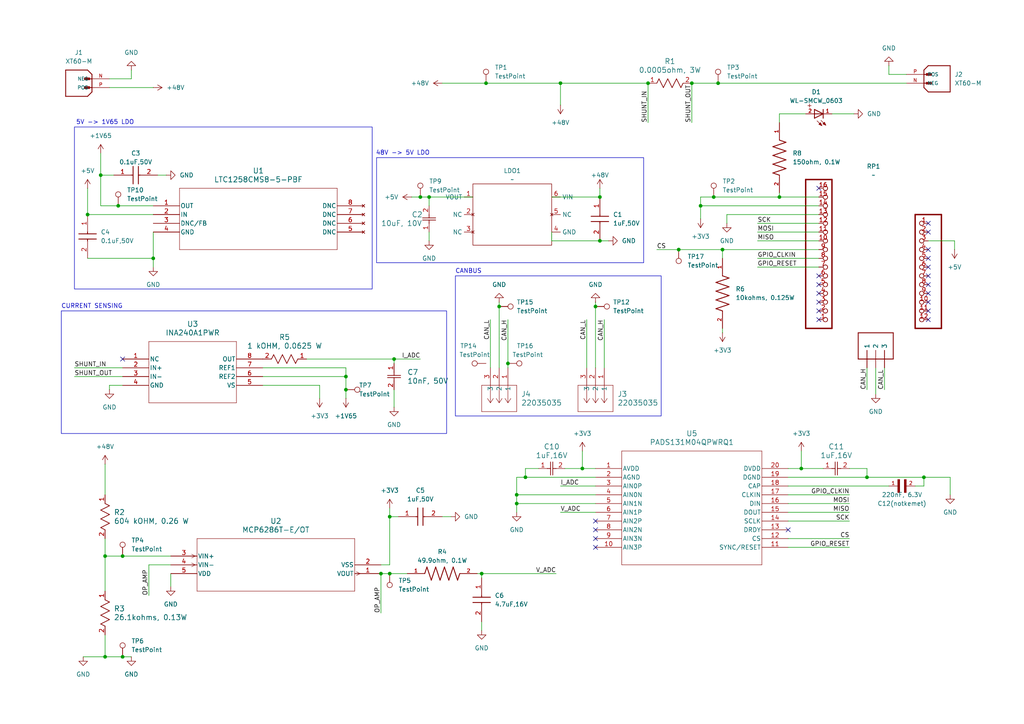
<source format=kicad_sch>
(kicad_sch (version 20231120) (generator "eeschema") (generator_version "8.0")
  (paper "A4")
  (junction (at 187.96 24.13))
  (junction (at 100.33 109.22))
  (junction (at 203.2 59.69))
  (junction (at 251.46 138.43))
  (junction (at 121.92 57.15))
  (junction (at 267.97 138.43))
  (junction (at 149.86 143.51))
  (junction (at 113.03 166.37))
  (junction (at 226.06 57.15))
  (junction (at 200.66 24.13))
  (junction (at 140.97 24.13))
  (junction (at 208.28 24.13))
  (junction (at 110.49 166.37))
  (junction (at 29.21 50.8))
  (junction (at 35.56 190.5))
  (junction (at 114.3 104.14))
  (junction (at 173.99 69.85))
  (junction (at 25.4 62.23))
  (junction (at 113.03 149.86))
  (junction (at 30.48 161.29))
  (junction (at 44.45 74.93))
  (junction (at 30.48 190.5))
  (junction (at 147.32 105.41))
  (junction (at 168.91 135.89))
  (junction (at 172.72 88.9))
  (junction (at 162.56 24.13))
  (junction (at 139.7 166.37))
  (junction (at 35.56 161.29))
  (junction (at 144.78 88.9))
  (junction (at 209.55 72.39))
  (junction (at 152.4 138.43))
  (junction (at 232.41 135.89))
  (junction (at 173.99 57.15))
  (junction (at 34.29 59.69))
  (junction (at 100.33 113.03))
  (junction (at 207.01 57.15))
  (junction (at 124.46 57.15))
  (junction (at 196.85 72.39))
  (junction (at 149.86 146.05))
  (no_connect (at 228.6 153.67))
  (no_connect (at 172.72 151.13))
  (no_connect (at 35.56 104.14))
  (no_connect (at 269.24 64.77))
  (no_connect (at 172.72 158.75))
  (no_connect (at 269.24 67.31))
  (no_connect (at 269.24 92.71))
  (no_connect (at 237.49 85.09))
  (no_connect (at 237.49 92.71))
  (no_connect (at 269.24 82.55))
  (no_connect (at 269.24 72.39))
  (no_connect (at 237.49 54.61))
  (no_connect (at 237.49 82.55))
  (no_connect (at 172.72 153.67))
  (no_connect (at 269.24 87.63))
  (no_connect (at 269.24 80.01))
  (no_connect (at 172.72 156.21))
  (no_connect (at 269.24 85.09))
  (no_connect (at 269.24 77.47))
  (no_connect (at 237.49 90.17))
  (no_connect (at 269.24 90.17))
  (no_connect (at 237.49 87.63))
  (no_connect (at 269.24 74.93))
  (no_connect (at 237.49 80.01))
  (wire (pts (xy 35.56 111.76) (xy 31.75 111.76)))
  (wire (pts (xy 124.46 57.15) (xy 124.46 59.69)))
  (wire (pts (xy 228.6 135.89) (xy 232.41 135.89)))
  (wire (pts (xy 88.9 104.14) (xy 114.3 104.14)))
  (wire (pts (xy 139.7 180.34) (xy 139.7 182.88)))
  (wire (pts (xy 119.38 57.15) (xy 121.92 57.15)))
  (wire (pts (xy 228.6 143.51) (xy 246.38 143.51)))
  (wire (pts (xy 160.02 67.31) (xy 160.02 69.85)))
  (wire (pts (xy 246.38 135.89) (xy 251.46 135.89)))
  (wire (pts (xy 228.6 151.13) (xy 246.38 151.13)))
  (wire (pts (xy 113.03 149.86) (xy 115.57 149.86)))
  (wire (pts (xy 149.86 138.43) (xy 149.86 143.51)))
  (wire (pts (xy 30.48 161.29) (xy 30.48 171.45)))
  (wire (pts (xy 228.6 156.21) (xy 246.38 156.21)))
  (wire (pts (xy 30.48 156.21) (xy 30.48 161.29)))
  (wire (pts (xy 173.99 54.61) (xy 173.99 57.15)))
  (wire (pts (xy 149.86 146.05) (xy 149.86 148.59)))
  (wire (pts (xy 175.26 92.71) (xy 175.26 106.68)))
  (wire (pts (xy 187.96 24.13) (xy 187.96 35.56)))
  (wire (pts (xy 162.56 140.97) (xy 172.72 140.97)))
  (wire (pts (xy 207.01 57.15) (xy 203.2 57.15)))
  (wire (pts (xy 31.75 25.4) (xy 44.45 25.4)))
  (wire (pts (xy 29.21 50.8) (xy 29.21 44.45)))
  (wire (pts (xy 25.4 54.61) (xy 25.4 62.23)))
  (wire (pts (xy 30.48 134.62) (xy 30.48 143.51)))
  (wire (pts (xy 139.7 166.37) (xy 161.29 166.37)))
  (wire (pts (xy 241.3 33.02) (xy 247.65 33.02)))
  (wire (pts (xy 226.06 33.02) (xy 226.06 35.56)))
  (wire (pts (xy 30.48 190.5) (xy 35.56 190.5)))
  (wire (pts (xy 254 106.68) (xy 254 114.3)))
  (wire (pts (xy 124.46 67.31) (xy 124.46 69.85)))
  (wire (pts (xy 100.33 109.22) (xy 100.33 113.03)))
  (wire (pts (xy 34.29 59.69) (xy 29.21 59.69)))
  (wire (pts (xy 140.97 24.13) (xy 162.56 24.13)))
  (wire (pts (xy 269.24 69.85) (xy 276.86 69.85)))
  (wire (pts (xy 156.21 135.89) (xy 152.4 135.89)))
  (wire (pts (xy 21.59 109.22) (xy 35.56 109.22)))
  (wire (pts (xy 228.6 140.97) (xy 257.81 140.97)))
  (wire (pts (xy 267.97 140.97) (xy 267.97 138.43)))
  (wire (pts (xy 170.18 92.71) (xy 170.18 106.68)))
  (wire (pts (xy 128.27 149.86) (xy 130.81 149.86)))
  (wire (pts (xy 31.75 111.76) (xy 31.75 113.03)))
  (wire (pts (xy 173.99 69.85) (xy 176.53 69.85)))
  (wire (pts (xy 251.46 106.68) (xy 251.46 113.03)))
  (wire (pts (xy 251.46 138.43) (xy 267.97 138.43)))
  (wire (pts (xy 44.45 67.31) (xy 44.45 74.93)))
  (wire (pts (xy 76.2 106.68) (xy 100.33 106.68)))
  (wire (pts (xy 276.86 69.85) (xy 276.86 72.39)))
  (wire (pts (xy 149.86 138.43) (xy 152.4 138.43)))
  (wire (pts (xy 160.02 69.85) (xy 173.99 69.85)))
  (wire (pts (xy 144.78 87.63) (xy 144.78 88.9)))
  (wire (pts (xy 168.91 130.81) (xy 168.91 135.89)))
  (wire (pts (xy 35.56 161.29) (xy 49.53 161.29)))
  (wire (pts (xy 256.54 106.68) (xy 256.54 113.03)))
  (wire (pts (xy 228.6 148.59) (xy 246.38 148.59)))
  (wire (pts (xy 203.2 59.69) (xy 203.2 63.5)))
  (wire (pts (xy 209.55 72.39) (xy 209.55 74.93)))
  (wire (pts (xy 209.55 95.25) (xy 209.55 96.52)))
  (wire (pts (xy 219.71 77.47) (xy 237.49 77.47)))
  (wire (pts (xy 237.49 62.23) (xy 210.82 62.23)))
  (wire (pts (xy 267.97 138.43) (xy 275.59 138.43)))
  (wire (pts (xy 160.02 57.15) (xy 173.99 57.15)))
  (wire (pts (xy 25.4 74.93) (xy 44.45 74.93)))
  (wire (pts (xy 24.13 190.5) (xy 30.48 190.5)))
  (wire (pts (xy 76.2 109.22) (xy 100.33 109.22)))
  (wire (pts (xy 113.03 149.86) (xy 113.03 147.32)))
  (wire (pts (xy 147.32 92.71) (xy 147.32 105.41)))
  (wire (pts (xy 114.3 104.14) (xy 121.92 104.14)))
  (wire (pts (xy 110.49 166.37) (xy 113.03 166.37)))
  (wire (pts (xy 219.71 74.93) (xy 237.49 74.93)))
  (wire (pts (xy 265.43 140.97) (xy 267.97 140.97)))
  (wire (pts (xy 124.46 57.15) (xy 137.16 57.15)))
  (wire (pts (xy 30.48 184.15) (xy 30.48 190.5)))
  (wire (pts (xy 228.6 146.05) (xy 246.38 146.05)))
  (wire (pts (xy 232.41 135.89) (xy 238.76 135.89)))
  (wire (pts (xy 237.49 57.15) (xy 226.06 57.15)))
  (wire (pts (xy 100.33 113.03) (xy 100.33 115.57)))
  (wire (pts (xy 149.86 143.51) (xy 149.86 146.05)))
  (wire (pts (xy 44.45 74.93) (xy 44.45 77.47)))
  (wire (pts (xy 121.92 57.15) (xy 124.46 57.15)))
  (wire (pts (xy 210.82 62.23) (xy 210.82 64.77)))
  (wire (pts (xy 162.56 148.59) (xy 172.72 148.59)))
  (wire (pts (xy 113.03 166.37) (xy 118.11 166.37)))
  (wire (pts (xy 114.3 104.14) (xy 114.3 105.41)))
  (wire (pts (xy 190.5 72.39) (xy 196.85 72.39)))
  (wire (pts (xy 251.46 138.43) (xy 251.46 135.89)))
  (wire (pts (xy 110.49 166.37) (xy 110.49 177.8)))
  (wire (pts (xy 162.56 24.13) (xy 162.56 30.48)))
  (wire (pts (xy 219.71 67.31) (xy 237.49 67.31)))
  (wire (pts (xy 203.2 57.15) (xy 203.2 59.69)))
  (wire (pts (xy 92.71 111.76) (xy 92.71 115.57)))
  (wire (pts (xy 142.24 92.71) (xy 142.24 106.68)))
  (wire (pts (xy 31.75 22.86) (xy 38.1 22.86)))
  (wire (pts (xy 49.53 166.37) (xy 49.53 170.18)))
  (wire (pts (xy 162.56 24.13) (xy 187.96 24.13)))
  (wire (pts (xy 138.43 166.37) (xy 139.7 166.37)))
  (wire (pts (xy 203.2 59.69) (xy 237.49 59.69)))
  (wire (pts (xy 232.41 130.81) (xy 232.41 135.89)))
  (wire (pts (xy 275.59 138.43) (xy 275.59 143.51)))
  (wire (pts (xy 149.86 146.05) (xy 172.72 146.05)))
  (wire (pts (xy 208.28 24.13) (xy 262.89 24.13)))
  (wire (pts (xy 172.72 87.63) (xy 172.72 88.9)))
  (wire (pts (xy 43.18 163.83) (xy 43.18 172.72)))
  (wire (pts (xy 139.7 167.64) (xy 139.7 166.37)))
  (wire (pts (xy 257.81 21.59) (xy 257.81 19.05)))
  (wire (pts (xy 44.45 59.69) (xy 34.29 59.69)))
  (wire (pts (xy 147.32 105.41) (xy 147.32 106.68)))
  (wire (pts (xy 49.53 163.83) (xy 43.18 163.83)))
  (wire (pts (xy 228.6 138.43) (xy 251.46 138.43)))
  (wire (pts (xy 172.72 143.51) (xy 149.86 143.51)))
  (wire (pts (xy 128.27 24.13) (xy 140.97 24.13)))
  (wire (pts (xy 228.6 158.75) (xy 246.38 158.75)))
  (wire (pts (xy 113.03 163.83) (xy 113.03 149.86)))
  (wire (pts (xy 38.1 22.86) (xy 38.1 20.32)))
  (wire (pts (xy 30.48 161.29) (xy 35.56 161.29)))
  (wire (pts (xy 152.4 135.89) (xy 152.4 138.43)))
  (wire (pts (xy 29.21 59.69) (xy 29.21 50.8)))
  (wire (pts (xy 226.06 57.15) (xy 207.01 57.15)))
  (wire (pts (xy 226.06 33.02) (xy 233.68 33.02)))
  (wire (pts (xy 110.49 163.83) (xy 113.03 163.83)))
  (wire (pts (xy 152.4 138.43) (xy 172.72 138.43)))
  (wire (pts (xy 226.06 55.88) (xy 226.06 57.15)))
  (wire (pts (xy 100.33 109.22) (xy 100.33 106.68)))
  (wire (pts (xy 200.66 24.13) (xy 208.28 24.13)))
  (wire (pts (xy 163.83 135.89) (xy 168.91 135.89)))
  (wire (pts (xy 29.21 50.8) (xy 33.02 50.8)))
  (wire (pts (xy 114.3 113.03) (xy 114.3 118.11)))
  (wire (pts (xy 219.71 69.85) (xy 237.49 69.85)))
  (wire (pts (xy 196.85 72.39) (xy 209.55 72.39)))
  (wire (pts (xy 262.89 21.59) (xy 257.81 21.59)))
  (wire (pts (xy 209.55 72.39) (xy 237.49 72.39)))
  (wire (pts (xy 200.66 24.13) (xy 200.66 35.56)))
  (wire (pts (xy 144.78 88.9) (xy 144.78 106.68)))
  (wire (pts (xy 45.72 50.8) (xy 48.26 50.8)))
  (wire (pts (xy 76.2 111.76) (xy 92.71 111.76)))
  (wire (pts (xy 172.72 88.9) (xy 172.72 106.68)))
  (wire (pts (xy 25.4 62.23) (xy 44.45 62.23)))
  (wire (pts (xy 168.91 135.89) (xy 172.72 135.89)))
  (wire (pts (xy 35.56 190.5) (xy 38.1 190.5)))
  (wire (pts (xy 219.71 64.77) (xy 237.49 64.77)))
  (wire (pts (xy 21.59 106.68) (xy 35.56 106.68)))
  (rectangle (start 21.59 36.83) (end 107.95 83.82))
  (rectangle (start 109.22 45.72) (end 186.69 76.2))
  (rectangle (start 17.78 90.17) (end 129.54 125.73))
  (rectangle (start 132.08 80.01) (end 191.77 120.65))
  (text "CURRENT SENSING\n" (at 26.67 88.9 0) (effects (font (size 1.27 1.27))))
  (text "48V -> 5V LDO\n" (at 116.84 44.45 0) (effects (font (size 1.27 1.27))))
  (text "CANBUS\n" (at 135.89 78.74 0) (effects (font (size 1.27 1.27))))
  (text "5V -> 1V65 LDO\n" (at 30.48 35.56 0) (effects (font (size 1.27 1.27))))
  (label "OP_AMP" (at 110.49 177.8 90))
  (label "SCK" (at 219.71 64.77 0))
  (label "MOSI" (at 246.38 146.05 180))
  (label "GPIO_CLKIN" (at 219.71 74.93 0))
  (label "MISO" (at 246.38 148.59 180))
  (label "MISO" (at 219.71 69.85 0))
  (label "CAN_L" (at 142.24 92.71 270))
  (label "CAN_H" (at 251.46 113.03 90))
  (label "SCK" (at 246.38 151.13 180))
  (label "CAN_L" (at 256.54 113.03 90))
  (label "GPIO_CLKIN" (at 246.38 143.51 180))
  (label "I_ADC" (at 121.92 104.14 180))
  (label "CAN_H" (at 147.32 92.71 270))
  (label "SHUNT_OUT" (at 200.66 35.56 90))
  (label "MOSI" (at 219.71 67.31 0))
  (label "SHUNT_IN" (at 21.59 106.68 0))
  (label "OP_AMP" (at 43.18 172.72 90))
  (label "CAN_H" (at 175.26 92.71 270))
  (label "CS" (at 246.38 156.21 180))
  (label "V_ADC" (at 162.56 148.59 0))
  (label "SHUNT_IN" (at 187.96 35.56 90))
  (label "GPIO_RESET" (at 246.38 158.75 180))
  (label "CAN_L" (at 170.18 92.71 270))
  (label "SHUNT_OUT" (at 21.59 109.22 0))
  (label "I_ADC" (at 162.56 140.97 0))
  (label "CS" (at 190.5 72.39 0))
  (label "V_ADC" (at 161.29 166.37 180))
  (label "GPIO_RESET" (at 219.71 77.47 0))
  (symbol (lib_id "SMV_Custom:CRCW080510K0FKEAC") (at 209.55 85.09 270) (unit 1)
    (property "Reference" "R6" (at 213.36 83.8199 90) (effects (justify left)))
    (property "Value" "10kohms, 0.125W" (at 213.36 86.3599 90) (effects (justify left)))
    (property "Footprint" "CRCW080510K0FKEAC:RESC2012X60N" (effects (hide yes)))
    (property "MF" "Vishay Dale" (effects (hide yes)))
    (property "Description_1" "\n                        \n                            10 kOhms ±1% 0.125W, 1/8W Chip Resistor 0805 (2012 Metric) - Thick Film\n                        \n" (effects (hide yes)))
    (property "Package" "2012 Vishay" (effects (hide yes)))
    (property "Price" "None" (effects (hide yes)))
    (property "SnapEDA_Link" "https://www.snapeda.com/parts/CRCW080510K0FKEAC/Vishay+Dale/view-part/?ref=snap" (effects (hide yes)))
    (property "MP" "CRCW080510K0FKEAC" (effects (hide yes)))
    (property "Availability" "In Stock" (effects (hide yes)))
    (property "Check_prices" "https://www.snapeda.com/parts/CRCW080510K0FKEAC/Vishay+Dale/view-part/?ref=eda" (effects (hide yes)))
  )
  (symbol (lib_id "Connector:TestPoint") (at 35.56 161.29 0) (unit 1)
    (property "Reference" "TP4" (at 38.1 156.7179 0) (effects (justify left)))
    (property "Value" "TestPoint" (at 38.1 159.2579 0) (effects (justify left)))
    (property "Footprint" "TestPoint:TestPoint_Pad_3.0x3.0mm" (effects (hide yes)))
    (property "Description" "test point" (effects (hide yes)))
  )
  (symbol (lib_id "power:GND") (at 38.1 20.32 180) (unit 1)
    (property "Reference" "#PWR01" (effects (hide yes)))
    (property "Value" "GND" (at 38.1 15.24 0))
    (property "Description" "Power symbol creates a global label with name \"GND\" , ground" (effects (hide yes)))
  )
  (symbol (lib_id "power:GND") (at 254 114.3 0) (unit 1)
    (property "Reference" "#PWR030" (effects (hide yes)))
    (property "Value" "GND" (at 254 119.38 0))
    (property "Description" "Power symbol creates a global label with name \"GND\" , ground" (effects (hide yes)))
  )
  (symbol (lib_id "SMV_Custom:LTC1258CMS8-5-PBF") (at 44.45 59.69 0) (unit 1)
    (property "Reference" "U1" (at 74.93 49.53 0) (effects (font (size 1.524 1.524))))
    (property "Value" "LTC1258CMS8-5-PBF" (at 74.93 52.07 0) (effects (font (size 1.524 1.524))))
    (property "Footprint" "MSOP-8_MS_LIT" (effects (hide yes)))
    (property "Datasheet" "LTC1258CMS8-5-PBF" (effects (hide yes)))
  )
  (symbol (lib_id "Connector:TestPoint") (at 208.28 24.13 0) (unit 1)
    (property "Reference" "TP3" (at 210.82 19.5579 0) (effects (justify left)))
    (property "Value" "TestPoint" (at 210.82 22.0979 0) (effects (justify left)))
    (property "Footprint" "TestPoint:TestPoint_Pad_3.0x3.0mm" (effects (hide yes)))
    (property "Description" "test point" (effects (hide yes)))
  )
  (symbol (lib_id "Connector:TestPoint") (at 35.56 190.5 0) (unit 1)
    (property "Reference" "TP6" (at 38.1 185.9279 0) (effects (justify left)))
    (property "Value" "TestPoint" (at 38.1 188.4679 0) (effects (justify left)))
    (property "Footprint" "TestPoint:TestPoint_Pad_3.0x3.0mm" (effects (hide yes)))
    (property "Description" "test point" (effects (hide yes)))
  )
  (symbol (lib_id "power:+3V3") (at 276.86 72.39 180) (unit 1)
    (property "Reference" "#PWR029" (effects (hide yes)))
    (property "Value" "+5V" (at 276.86 77.47 0))
    (property "Description" "Power symbol creates a global label with name \"+3V3\"" (effects (hide yes)))
  )
  (symbol (lib_id "power:+3V3") (at 100.33 115.57 180) (unit 1)
    (property "Reference" "#PWR020" (effects (hide yes)))
    (property "Value" "+1V65" (at 100.33 120.65 0))
    (property "Description" "Power symbol creates a global label with name \"+3V3\"" (effects (hide yes)))
  )
  (symbol (lib_id "SMV_Custom:WL-SMCW_0603") (at 238.76 33.02 180) (unit 1)
    (property "Reference" "D1" (at 236.7417 26.67 0))
    (property "Value" "WL-SMCW_0603" (at 236.7417 29.21 0))
    (property "Footprint" "WL-SMCW_0603:WL-SMCW_0603" (effects (hide yes)))
  )
  (symbol (lib_id "SMV_Custom:RP2040") (at 254 86.36 0) (unit 1)
    (property "Reference" "RP1" (at 253.365 48.26 0))
    (property "Value" "~" (at 253.365 50.8 0))
  )
  (symbol (lib_id "Connector:TestPoint") (at 140.97 105.41 90) (unit 1)
    (property "Reference" "TP14" (at 135.89 100.33 90))
    (property "Value" "TestPoint" (at 137.668 102.87 90))
    (property "Footprint" "TestPoint:TestPoint_Pad_3.0x3.0mm" (effects (hide yes)))
    (property "Description" "test point" (effects (hide yes)))
  )
  (symbol (lib_id "power:+3V3") (at 113.03 147.32 0) (unit 1)
    (property "Reference" "#PWR013" (effects (hide yes)))
    (property "Value" "+3V3" (at 113.03 142.24 0))
    (property "Description" "Power symbol creates a global label with name \"+3V3\"" (effects (hide yes)))
  )
  (symbol (lib_id "power:GND") (at 49.53 170.18 0) (unit 1)
    (property "Reference" "#PWR012" (effects (hide yes)))
    (property "Value" "GND" (at 49.53 175.26 0))
    (property "Description" "Power symbol creates a global label with name \"GND\" , ground" (effects (hide yes)))
  )
  (symbol (lib_id "SMV_Custom:GCM188R71H104KA57D") (at 260.35 140.97 0) (unit 1)
    (property "Reference" "C12(notkemet)" (at 261.62 146.05 0))
    (property "Value" "220nF, 6.3V" (at 261.62 143.51 0))
    (property "Footprint" "SMV_Passives:0805RESC2012X60N" (effects (hide yes)))
  )
  (symbol (lib_id "Connector:TestPoint") (at 196.85 72.39 180) (unit 1)
    (property "Reference" "TP17" (at 199.39 74.4219 0) (effects (justify right)))
    (property "Value" "TestPoint" (at 199.39 76.9619 0) (effects (justify right)))
    (property "Footprint" "TestPoint:TestPoint_Pad_3.0x3.0mm" (effects (hide yes)))
    (property "Description" "test point" (effects (hide yes)))
  )
  (symbol (lib_id "power:GND") (at 176.53 69.85 90) (unit 1)
    (property "Reference" "#PWR05" (effects (hide yes)))
    (property "Value" "GND" (at 180.34 69.8499 90) (effects (justify right)))
    (property "Description" "Power symbol creates a global label with name \"GND\" , ground" (effects (hide yes)))
  )
  (symbol (lib_id "power:GND") (at 139.7 182.88 0) (unit 1)
    (property "Reference" "#PWR017" (effects (hide yes)))
    (property "Value" "GND" (at 139.7 187.96 0))
    (property "Description" "Power symbol creates a global label with name \"GND\" , ground" (effects (hide yes)))
  )
  (symbol (lib_id "power:GND") (at 130.81 149.86 90) (unit 1)
    (property "Reference" "#PWR014" (effects (hide yes)))
    (property "Value" "GND" (at 134.62 149.8599 90) (effects (justify right)))
    (property "Description" "Power symbol creates a global label with name \"GND\" , ground" (effects (hide yes)))
  )
  (symbol (lib_id "SMV_Custom:C0805C102K5GACTU") (at 173.99 57.15 270) (unit 1)
    (property "Reference" "C1" (at 177.8 62.2299 90) (effects (justify left)))
    (property "Value" "1uF,50V" (at 177.8 64.7699 90) (effects (justify left)))
    (property "Footprint" "C0805" (effects (hide yes)))
    (property "Datasheet" "https://content.kemet.com/datasheets/KEM_C1003_C0G_SMD.pdf" (effects (hide yes)))
    (property "Description" "SMD Comm C0G, Ceramic, 1000 pF, 10%, 50 VDC, 125 VDC, 125C, -55C, C0G, SMD, MLCC, Ultra-Stable, Low Loss, Class I, 0.1 % , 100 GOhms, 11 mg, 0805, 2mm, 1.25mm, 0.78mm, 0.75mm, 0.5mm, 4000, 78  Weeks, 120" (effects (hide yes)))
    (property "Height" "1.1" (effects (hide yes)))
    (property "Manufacturer_Name" "KEMET" (effects (hide yes)))
    (property "Manufacturer_Part_Number" "C0805C102K5GACTU" (effects (hide yes)))
    (property "Mouser Part Number" "80-C0805C102K5G" (effects (hide yes)))
    (property "Mouser Price/Stock" "https://www.mouser.co.uk/ProductDetail/KEMET/C0805C102K5GACTU?qs=ycq5i98tC2kqWbFrXv0n7w%3D%3D" (effects (hide yes)))
    (property "Arrow Part Number" "C0805C102K5GACTU" (effects (hide yes)))
    (property "Arrow Price/Stock" "https://www.arrow.com/en/products/c0805c102k5gactu/kemet-corporation" (effects (hide yes)))
  )
  (symbol (lib_id "SMV_Custom:C0805C475K4RACTU") (at 139.7 167.64 270) (unit 1)
    (property "Reference" "C6" (at 143.51 172.7199 90) (effects (justify left)))
    (property "Value" "4.7uF,16V" (at 143.51 175.2599 90) (effects (justify left)))
    (property "Footprint" "SMV_Passives:Cap0805" (effects (hide yes)))
    (property "Datasheet" "https://content.kemet.com/datasheets/KEM_C1002_X7R_SMD.pdf" (effects (hide yes)))
    (property "Description" "SMD Comm X7R, Ceramic, 4.7 uF, 10%, 16 VDC, 40 VDC, 125C, -55C, X7R, SMD, MLCC, Temperature Stable, Class II, 10 % , 21.3 MOhms, 21 mg, 0805, 2mm, 1.25mm, 1.25mm, 0.75mm, 0.5mm, 2500, 78  Weeks, 80" (effects (hide yes)))
    (property "Height" "1.1" (effects (hide yes)))
    (property "Manufacturer_Name" "KEMET" (effects (hide yes)))
    (property "Manufacturer_Part_Number" "C0805C475K4RACTU" (effects (hide yes)))
    (property "Mouser Part Number" "80-C0805C475K4R" (effects (hide yes)))
    (property "Mouser Price/Stock" "https://www.mouser.co.uk/ProductDetail/KEMET/C0805C475K4RACTU?qs=iP0bYSAMAFomlmlmK2IJkg%3D%3D" (effects (hide yes)))
    (property "Arrow Part Number" "C0805C475K4RACTU" (effects (hide yes)))
    (property "Arrow Price/Stock" "https://www.arrow.com/en/products/c0805c475k4ractu/kemet-corporation?region=nac" (effects (hide yes)))
  )
  (symbol (lib_id "power:GND") (at 124.46 69.85 0) (unit 1)
    (property "Reference" "#PWR07" (effects (hide yes)))
    (property "Value" "GND" (at 124.46 74.93 0))
    (property "Description" "Power symbol creates a global label with name \"GND\" , ground" (effects (hide yes)))
  )
  (symbol (lib_id "power:+48V") (at 162.56 30.48 180) (unit 1)
    (property "Reference" "#PWR03" (effects (hide yes)))
    (property "Value" "+48V" (at 162.56 35.56 0))
    (property "Description" "Power symbol creates a global label with name \"+48V\"" (effects (hide yes)))
  )
  (symbol (lib_id "power:+48V") (at 44.45 25.4 270) (unit 1)
    (property "Reference" "#PWR032" (effects (hide yes)))
    (property "Value" "+48V" (at 48.26 25.3999 90) (effects (justify left)))
    (property "Description" "Power symbol creates a global label with name \"+48V\"" (effects (hide yes)))
  )
  (symbol (lib_id "SMV_Custom:C0805C103K5RACTU") (at 114.3 105.41 270) (unit 1)
    (property "Reference" "C7" (at 118.11 107.9499 90) (effects (font (size 1.524 1.524)) (justify left)))
    (property "Value" "10nF, 50V" (at 118.11 110.4899 90) (effects (font (size 1.524 1.524)) (justify left)))
    (property "Footprint" "CAPC220145_88N_KEM" (effects (hide yes)))
    (property "Datasheet" "C0805C103K5RACTU" (effects (hide yes)))
  )
  (symbol (lib_id "power:GND") (at 48.26 50.8 90) (unit 1)
    (property "Reference" "#PWR09" (effects (hide yes)))
    (property "Value" "GND" (at 52.07 50.7999 90) (effects (justify right)))
    (property "Description" "Power symbol creates a global label with name \"GND\" , ground" (effects (hide yes)))
  )
  (symbol (lib_id "power:GND") (at 44.45 77.47 0) (unit 1)
    (property "Reference" "#PWR011" (effects (hide yes)))
    (property "Value" "GND" (at 44.45 82.55 0))
    (property "Description" "Power symbol creates a global label with name \"GND\" , ground" (effects (hide yes)))
  )
  (symbol (lib_id "power:+3V3") (at 209.55 96.52 180) (unit 1)
    (property "Reference" "#PWR027" (effects (hide yes)))
    (property "Value" "+3V3" (at 209.55 101.6 0))
    (property "Description" "Power symbol creates a global label with name \"+3V3\"" (effects (hide yes)))
  )
  (symbol (lib_id "power:+3V3") (at 25.4 54.61 0) (unit 1)
    (property "Reference" "#PWR08" (effects (hide yes)))
    (property "Value" "+5V" (at 25.4 49.53 0))
    (property "Description" "Power symbol creates a global label with name \"+3V3\"" (effects (hide yes)))
  )
  (symbol (lib_id "Connector:TestPoint") (at 207.01 57.15 0) (unit 1)
    (property "Reference" "TP2" (at 209.55 52.5779 0) (effects (justify left)))
    (property "Value" "TestPoint" (at 209.55 55.1179 0) (effects (justify left)))
    (property "Footprint" "TestPoint:TestPoint_Pad_3.0x3.0mm" (effects (hide yes)))
    (property "Description" "test point" (effects (hide yes)))
  )
  (symbol (lib_id "power:GND") (at 38.1 190.5 0) (unit 1)
    (property "Reference" "#PWR015" (effects (hide yes)))
    (property "Value" "GND" (at 38.1 195.58 0))
    (property "Description" "Power symbol creates a global label with name \"GND\" , ground" (effects (hide yes)))
  )
  (symbol (lib_id "power:+48V") (at 173.99 54.61 0) (unit 1)
    (property "Reference" "#PWR04" (effects (hide yes)))
    (property "Value" "+48V" (at 173.99 50.8 0))
    (property "Description" "Power symbol creates a global label with name \"+48V\"" (effects (hide yes)))
  )
  (symbol (lib_name "C0805C105K4RACTU_2") (lib_id "SMV_Custom:C0805C105K4RACTU") (at 238.76 135.89 0) (unit 1)
    (property "Reference" "C11" (at 242.57 129.54 0) (effects (font (size 1.524 1.524))))
    (property "Value" "1uF,16V" (at 242.57 132.08 0) (effects (font (size 1.524 1.524))))
    (property "Footprint" "SMV_Passives:Cap0805" (effects (hide yes)))
    (property "Datasheet" "C0805C105K4RACTU" (effects (hide yes)))
  )
  (symbol (lib_id "power:+3V3") (at 119.38 57.15 90) (unit 1)
    (property "Reference" "#PWR06" (effects (hide yes)))
    (property "Value" "+5V" (at 115.57 57.1499 90) (effects (justify left)))
    (property "Description" "Power symbol creates a global label with name \"+3V3\"" (effects (hide yes)))
  )
  (symbol (lib_id "SMV_Custom:C0805C104K5RACTU") (at 33.02 50.8 0) (unit 1)
    (property "Reference" "C3" (at 39.37 44.45 0))
    (property "Value" "0.1uF,50V" (at 39.37 46.99 0))
    (property "Footprint" "C0805" (effects (hide yes)))
    (property "Datasheet" "https://content.kemet.com/datasheets/KEM_C1002_X7R_SMD.pdf" (effects (hide yes)))
    (property "Description" "SMD Comm X7R, Ceramic, 0.1 uF, 10%, 50 VDC, 125 VDC, 125C, -55C, X7R, SMD, MLCC, Temperature Stable, Class II, 2.5 % , 5 GOhms, 11 mg, 0805, 2mm, 1.25mm, 0.78mm, 0.75mm, 0.5mm, 4000, 78  Weeks, 80" (effects (hide yes)))
    (property "Height" "1.1" (effects (hide yes)))
    (property "Manufacturer_Name" "KEMET" (effects (hide yes)))
    (property "Manufacturer_Part_Number" "C0805C104K5RACTU" (effects (hide yes)))
    (property "Mouser Part Number" "80-C0805C104K5R" (effects (hide yes)))
    (property "Mouser Price/Stock" "https://www.mouser.co.uk/ProductDetail/KEMET/C0805C104K5RACTU?qs=Pc30aiB8zWUISNb2Qeyxfw%3D%3D" (effects (hide yes)))
    (property "Arrow Part Number" "C0805C104K5RACTU" (effects (hide yes)))
    (property "Arrow Price/Stock" "https://www.arrow.com/en/products/c0805c104k5ractu/kemet-corporation?region=nac" (effects (hide yes)))
  )
  (symbol (lib_id "Connector:TestPoint") (at 144.78 88.9 270) (unit 1)
    (property "Reference" "TP15" (at 149.86 87.6299 90) (effects (justify left)))
    (property "Value" "TestPoint" (at 149.86 90.1699 90) (effects (justify left)))
    (property "Footprint" "TestPoint:TestPoint_Pad_3.0x3.0mm" (effects (hide yes)))
    (property "Description" "test point" (effects (hide yes)))
  )
  (symbol (lib_id "SMV_Custom:XT60-M") (at 267.97 24.13 0) (unit 1)
    (property "Reference" "J2" (at 276.86 21.5899 0) (effects (justify left)))
    (property "Value" "XT60-M" (at 276.86 24.1299 0) (effects (justify left)))
    (property "Footprint" "XT60-M:AMASS_XT60-M" (effects (hide yes)))
    (property "MF" "AMASS" (effects (hide yes)))
    (property "MAXIMUM_PACKAGE_HEIGHT" "16.00 mm" (effects (hide yes)))
    (property "Package" "Package" (effects (hide yes)))
    (property "Price" "None" (effects (hide yes)))
    (property "Check_prices" "https://www.snapeda.com/parts/XT60-M/AMASS/view-part/?ref=eda" (effects (hide yes)))
    (property "STANDARD" "IPC 7351B" (effects (hide yes)))
    (property "PARTREV" "V1.2" (effects (hide yes)))
    (property "SnapEDA_Link" "https://www.snapeda.com/parts/XT60-M/AMASS/view-part/?ref=snap" (effects (hide yes)))
    (property "MP" "XT60-M" (effects (hide yes)))
    (property "Description_1" "\n                        \n                            Plug; DC supply; XT60; male; PIN: 2; for cable; soldered; 30A; 500V\n                        \n" (effects (hide yes)))
    (property "Availability" "Not in stock" (effects (hide yes)))
    (property "MANUFACTURER" "AMASS" (effects (hide yes)))
  )
  (symbol (lib_id "SMV_Custom:XT60-M") (at 26.67 22.86 180) (unit 1)
    (property "Reference" "J1" (at 22.86 15.24 0))
    (property "Value" "XT60-M" (at 22.86 17.78 0))
    (property "Footprint" "XT60-M:AMASS_XT60-M" (effects (hide yes)))
    (property "MF" "AMASS" (effects (hide yes)))
    (property "MAXIMUM_PACKAGE_HEIGHT" "16.00 mm" (effects (hide yes)))
    (property "Package" "Package" (effects (hide yes)))
    (property "Price" "None" (effects (hide yes)))
    (property "Check_prices" "https://www.snapeda.com/parts/XT60-M/AMASS/view-part/?ref=eda" (effects (hide yes)))
    (property "STANDARD" "IPC 7351B" (effects (hide yes)))
    (property "PARTREV" "V1.2" (effects (hide yes)))
    (property "SnapEDA_Link" "https://www.snapeda.com/parts/XT60-M/AMASS/view-part/?ref=snap" (effects (hide yes)))
    (property "MP" "XT60-M" (effects (hide yes)))
    (property "Description_1" "\n                        \n                            Plug; DC supply; XT60; male; PIN: 2; for cable; soldered; 30A; 500V\n                        \n" (effects (hide yes)))
    (property "Availability" "Not in stock" (effects (hide yes)))
    (property "MANUFACTURER" "AMASS" (effects (hide yes)))
  )
  (symbol (lib_name "CRCW060349R9FKEAC_1") (lib_id "SMV_Custom:CRCW060349R9FKEAC") (at 128.27 166.37 0) (unit 1)
    (property "Reference" "R4" (at 128.27 160.02 0))
    (property "Value" "49.9ohm, 0.1W" (at 128.27 162.56 0))
    (property "Footprint" "CRCW060349R9FKEAC:RESC1608X55N" (effects (hide yes)))
  )
  (symbol (lib_id "Connector:TestPoint") (at 140.97 24.13 0) (unit 1)
    (property "Reference" "TP1" (at 143.51 19.5579 0) (effects (justify left)))
    (property "Value" "TestPoint" (at 143.51 22.0979 0) (effects (justify left)))
    (property "Footprint" "TestPoint:TestPoint_Pad_3.0x3.0mm" (effects (hide yes)))
    (property "Description" "test point" (effects (hide yes)))
  )
  (symbol (lib_id "SMV_Custom:TNPW0805604KBEEA") (at 30.48 143.51 270) (unit 1)
    (property "Reference" "R2" (at 33.02 148.5899 90) (effects (font (size 1.524 1.524)) (justify left)))
    (property "Value" "604 kOHM, 0.26 W" (at 33.02 151.1299 90) (effects (font (size 1.524 1.524)) (justify left)))
    (property "Footprint" "RES_TNPW0805_VIS" (effects (hide yes)))
    (property "Datasheet" "TNPW0805604KBEEA" (effects (hide yes)))
  )
  (symbol (lib_id "SMV_Custom:PU3921FKM130U5L") (at 187.96 24.13 0) (unit 1)
    (property "Reference" "R1" (at 194.31 17.78 0) (effects (font (size 1.524 1.524))))
    (property "Value" "0.0005ohm, 3W" (at 194.31 20.32 0) (effects (font (size 1.524 1.524))))
    (property "Footprint" "RES_PU3921_.5mOHM_YAG" (effects (hide yes)))
    (property "Datasheet" "PU3921FKM130U5L" (effects (hide yes)))
  )
  (symbol (lib_id "SMV_Custom:C0805C106K8PACTU") (at 124.46 67.31 90) (unit 1)
    (property "Reference" "C2" (at 119.38 62.23 90) (effects (font (size 1.524 1.524)) (justify right)))
    (property "Value" "10uF, 10V" (at 110.49 64.77 90) (effects (font (size 1.524 1.524)) (justify right)))
    (property "Footprint" "CAP_8PACTU" (effects (hide yes)))
    (property "Datasheet" "C0805C106K8PACTU" (effects (hide yes)))
  )
  (symbol (lib_id "power:+3V3") (at 92.71 115.57 180) (unit 1)
    (property "Reference" "#PWR021" (effects (hide yes)))
    (property "Value" "+3V3" (at 92.71 120.65 0))
    (property "Description" "Power symbol creates a global label with name \"+3V3\"" (effects (hide yes)))
  )
  (symbol (lib_id "SMV_Custom:PADS131M04QPWRQ1") (at 172.72 135.89 0) (unit 1)
    (property "Reference" "U5" (at 200.66 125.73 0) (effects (font (size 1.524 1.524))))
    (property "Value" "PADS131M04QPWRQ1" (at 200.66 128.27 0) (effects (font (size 1.524 1.524))))
    (property "Footprint" "SMV_ICs:TSSOP20_PW_TEX" (effects (hide yes)))
    (property "Datasheet" "PADS131M04QPWRQ1" (effects (hide yes)))
  )
  (symbol (lib_id "power:GND") (at 247.65 33.02 90) (unit 1)
    (property "Reference" "#PWR035" (effects (hide yes)))
    (property "Value" "GND" (at 251.46 33.0199 90) (effects (justify right)))
    (property "Description" "Power symbol creates a global label with name \"GND\" , ground" (effects (hide yes)))
  )
  (symbol (lib_id "power:GND") (at 275.59 143.51 0) (unit 1)
    (property "Reference" "#PWR040" (effects (hide yes)))
    (property "Value" "GND" (at 275.59 148.59 0))
    (property "Description" "Power symbol creates a global label with name \"GND\" , ground" (effects (hide yes)))
  )
  (symbol (lib_id "SMV_Custom:TNPW040226K1BEED") (at 30.48 171.45 270) (unit 1)
    (property "Reference" "R3" (at 33.02 176.5299 90) (effects (font (size 1.524 1.524)) (justify left)))
    (property "Value" "26.1kohms, 0.13W" (at 33.02 179.0699 90) (effects (font (size 1.524 1.524)) (justify left)))
    (property "Footprint" "RES_TNPW0402_VIS" (effects (hide yes)))
    (property "Datasheet" "TNPW040226K1BEED" (effects (hide yes)))
  )
  (symbol (lib_id "power:+48V") (at 30.48 134.62 0) (unit 1)
    (property "Reference" "#PWR034" (effects (hide yes)))
    (property "Value" "+48V" (at 30.48 129.54 0))
    (property "Description" "Power symbol creates a global label with name \"+48V\"" (effects (hide yes)))
  )
  (symbol (lib_id "power:+3V3") (at 168.91 130.81 0) (unit 1)
    (property "Reference" "#PWR038" (effects (hide yes)))
    (property "Value" "+3V3" (at 168.91 125.73 0))
    (property "Description" "Power symbol creates a global label with name \"+3V3\"" (effects (hide yes)))
  )
  (symbol (lib_id "power:GND") (at 210.82 64.77 0) (unit 1)
    (property "Reference" "#PWR025" (effects (hide yes)))
    (property "Value" "GND" (at 210.82 69.85 0))
    (property "Description" "Power symbol creates a global label with name \"GND\" , ground" (effects (hide yes)))
  )
  (symbol (lib_id "SMV_Custom:3-pin Mini Molex Spox") (at 175.26 106.68 270) (unit 1)
    (property "Reference" "J3" (at 179.07 114.2999 90) (effects (font (size 1.524 1.524)) (justify left)))
    (property "Value" "22035035" (at 179.07 116.8399 90) (effects (font (size 1.524 1.524)) (justify left)))
    (property "Footprint" "CON_22035035_MOL" (effects (hide yes)))
    (property "Datasheet" "3-pin Mini Molex Spox" (effects (hide yes)))
  )
  (symbol (lib_id "power:GND") (at 144.78 87.63 180) (unit 1)
    (property "Reference" "#PWR036" (effects (hide yes)))
    (property "Value" "GND" (at 144.78 82.55 0))
    (property "Description" "Power symbol creates a global label with name \"GND\" , ground" (effects (hide yes)))
  )
  (symbol (lib_id "SMV_Custom:CRCW04021K00FKED") (at 76.2 104.14 0) (unit 1)
    (property "Reference" "R5" (at 82.55 97.79 0) (effects (font (size 1.524 1.524))))
    (property "Value" "1 kOHM, 0.0625 W" (at 82.55 100.33 0) (effects (font (size 1.524 1.524))))
    (property "Footprint" "RES_CRCW_0402" (effects (hide yes)))
    (property "Datasheet" "CRCW04021K00FKED" (effects (hide yes)))
  )
  (symbol (lib_id "SMV_Custom:CRCW0603150RFKEAC") (at 226.06 45.72 270) (unit 1)
    (property "Reference" "R8" (at 229.87 44.4499 90) (effects (justify left)))
    (property "Value" "150ohm, 0.1W" (at 229.87 46.9899 90) (effects (justify left)))
    (property "Footprint" "CRCW0603150RFKEAC:RESC1608X55N" (effects (hide yes)))
  )
  (symbol (lib_id "SMV_Custom:C0805C104K5RACTU") (at 25.4 62.23 270) (unit 1)
    (property "Reference" "C4" (at 29.21 67.3099 90) (effects (justify left)))
    (property "Value" "0.1uF,50V" (at 29.21 69.8499 90) (effects (justify left)))
    (property "Footprint" "C0805" (effects (hide yes)))
    (property "Datasheet" "https://content.kemet.com/datasheets/KEM_C1002_X7R_SMD.pdf" (effects (hide yes)))
    (property "Description" "SMD Comm X7R, Ceramic, 0.1 uF, 10%, 50 VDC, 125 VDC, 125C, -55C, X7R, SMD, MLCC, Temperature Stable, Class II, 2.5 % , 5 GOhms, 11 mg, 0805, 2mm, 1.25mm, 0.78mm, 0.75mm, 0.5mm, 4000, 78  Weeks, 80" (effects (hide yes)))
    (property "Height" "1.1" (effects (hide yes)))
    (property "Manufacturer_Name" "KEMET" (effects (hide yes)))
    (property "Manufacturer_Part_Number" "C0805C104K5RACTU" (effects (hide yes)))
    (property "Mouser Part Number" "80-C0805C104K5R" (effects (hide yes)))
    (property "Mouser Price/Stock" "https://www.mouser.co.uk/ProductDetail/KEMET/C0805C104K5RACTU?qs=Pc30aiB8zWUISNb2Qeyxfw%3D%3D" (effects (hide yes)))
    (property "Arrow Part Number" "C0805C104K5RACTU" (effects (hide yes)))
    (property "Arrow Price/Stock" "https://www.arrow.com/en/products/c0805c104k5ractu/kemet-corporation?region=nac" (effects (hide yes)))
  )
  (symbol (lib_id "Connector:TestPoint") (at 100.33 113.03 270) (unit 1)
    (property "Reference" "TP7" (at 104.14 111.76 90) (effects (justify left)))
    (property "Value" "TestPoint" (at 104.14 114.3 90) (effects (justify left)))
    (property "Footprint" "TestPoint:TestPoint_Pad_3.0x3.0mm" (effects (hide yes)))
    (property "Description" "test point" (effects (hide yes)))
  )
  (symbol (lib_id "Connector:TestPoint") (at 34.29 59.69 0) (unit 1)
    (property "Reference" "TP10" (at 36.83 55.1179 0) (effects (justify left)))
    (property "Value" "TestPoint" (at 36.83 57.6579 0) (effects (justify left)))
    (property "Footprint" "TestPoint:TestPoint_Pad_3.0x3.0mm" (effects (hide yes)))
    (property "Description" "test point" (effects (hide yes)))
  )
  (symbol (lib_id "power:+3V3") (at 203.2 63.5 180) (unit 1)
    (property "Reference" "#PWR026" (effects (hide yes)))
    (property "Value" "+3V3" (at 203.2 68.58 0))
    (property "Description" "Power symbol creates a global label with name \"+3V3\"" (effects (hide yes)))
  )
  (symbol (lib_id "Connector:TestPoint") (at 113.03 166.37 180) (unit 1)
    (property "Reference" "TP5" (at 115.57 168.4019 0) (effects (justify right)))
    (property "Value" "TestPoint" (at 115.57 170.9419 0) (effects (justify right)))
    (property "Footprint" "TestPoint:TestPoint_Pad_3.0x3.0mm" (effects (hide yes)))
    (property "Description" "test point" (effects (hide yes)))
  )
  (symbol (lib_id "power:+3V3") (at 29.21 44.45 0) (unit 1)
    (property "Reference" "#PWR010" (effects (hide yes)))
    (property "Value" "+1V65" (at 29.21 39.37 0))
    (property "Description" "Power symbol creates a global label with name \"+3V3\"" (effects (hide yes)))
  )
  (symbol (lib_id "SMV_Custom:MCP6286T-E_OT") (at 110.49 166.37 180) (unit 1)
    (property "Reference" "U2" (at 80.01 151.13 0) (effects (font (size 1.524 1.524))))
    (property "Value" "MCP6286T-E/OT" (at 80.01 153.67 0) (effects (font (size 1.524 1.524))))
    (property "Footprint" "SOT-23-5_MC_MCH" (effects (hide yes)))
    (property "Datasheet" "MCP6286T-E/OT" (effects (hide yes)))
  )
  (symbol (lib_id "power:GND") (at 149.86 148.59 0) (unit 1)
    (property "Reference" "#PWR037" (effects (hide yes)))
    (property "Value" "GND" (at 149.86 153.67 0))
    (property "Description" "Power symbol creates a global label with name \"GND\" , ground" (effects (hide yes)))
  )
  (symbol (lib_id "SMV_Custom:3-pin Mini Molex Spox") (at 147.32 106.68 270) (unit 1)
    (property "Reference" "J4" (at 151.13 114.2999 90) (effects (font (size 1.524 1.524)) (justify left)))
    (property "Value" "22035035" (at 151.13 116.8399 90) (effects (font (size 1.524 1.524)) (justify left)))
    (property "Footprint" "CON_22035035_MOL" (effects (hide yes)))
    (property "Datasheet" "3-pin Mini Molex Spox" (effects (hide yes)))
  )
  (symbol (lib_id "power:GND") (at 257.81 19.05 180) (unit 1)
    (property "Reference" "#PWR02" (effects (hide yes)))
    (property "Value" "GND" (at 257.81 13.97 0))
    (property "Description" "Power symbol creates a global label with name \"GND\" , ground" (effects (hide yes)))
  )
  (symbol (lib_name "C0805C105K4RACTU_1") (lib_id "SMV_Custom:C0805C105K4RACTU") (at 156.21 135.89 0) (unit 1)
    (property "Reference" "C10" (at 160.02 129.54 0) (effects (font (size 1.524 1.524))))
    (property "Value" "1uF,16V" (at 160.02 132.08 0) (effects (font (size 1.524 1.524))))
    (property "Footprint" "SMV_Passives:Cap0805" (effects (hide yes)))
    (property "Datasheet" "C0805C105K4RACTU" (effects (hide yes)))
  )
  (symbol (lib_id "power:GND") (at 31.75 113.03 0) (unit 1)
    (property "Reference" "#PWR018" (effects (hide yes)))
    (property "Value" "GND" (at 31.75 118.11 0))
    (property "Description" "Power symbol creates a global label with name \"GND\" , ground" (effects (hide yes)))
  )
  (symbol (lib_id "SMV_Custom:AP7387-50FDCR-7") (at 148.59 62.23 0) (unit 1)
    (property "Reference" "LDO1" (at 148.59 49.53 0))
    (property "Value" "~" (at 148.59 52.07 0))
  )
  (symbol (lib_id "power:+48V") (at 128.27 24.13 90) (unit 1)
    (property "Reference" "#PWR033" (effects (hide yes)))
    (property "Value" "+48V" (at 124.46 24.1299 90) (effects (justify left)))
    (property "Description" "Power symbol creates a global label with name \"+48V\"" (effects (hide yes)))
  )
  (symbol (lib_id "Joulemeter:INA240A1PWR") (at 35.56 104.14 0) (unit 1)
    (property "Reference" "U3" (at 55.88 93.98 0) (effects (font (size 1.524 1.524))))
    (property "Value" "INA240A1PWR" (at 55.88 96.52 0) (effects (font (size 1.524 1.524))))
    (property "Footprint" "PW0008A_N_TEX" (effects (hide yes)))
    (property "Datasheet" "INA240A1PWR" (effects (hide yes)))
  )
  (symbol (lib_id "power:GND") (at 172.72 87.63 180) (unit 1)
    (property "Reference" "#PWR031" (effects (hide yes)))
    (property "Value" "GND" (at 172.72 82.55 0))
    (property "Description" "Power symbol creates a global label with name \"GND\" , ground" (effects (hide yes)))
  )
  (symbol (lib_id "Connector:TestPoint") (at 121.92 57.15 0) (unit 1)
    (property "Reference" "TP9" (at 124.46 52.5779 0) (effects (justify left)))
    (property "Value" "TestPoint" (at 124.46 55.1179 0) (effects (justify left)))
    (property "Footprint" "TestPoint:TestPoint_Pad_3.0x3.0mm" (effects (hide yes)))
    (property "Description" "test point" (effects (hide yes)))
  )
  (symbol (lib_id "Connector:TestPoint") (at 172.72 88.9 270) (unit 1)
    (property "Reference" "TP12" (at 177.8 87.6299 90) (effects (justify left)))
    (property "Value" "TestPoint" (at 177.8 90.1699 90) (effects (justify left)))
    (property "Footprint" "TestPoint:TestPoint_Pad_3.0x3.0mm" (effects (hide yes)))
    (property "Description" "test point" (effects (hide yes)))
  )
  (symbol (lib_id "Connector:TestPoint") (at 147.32 105.41 270) (unit 1)
    (property "Reference" "TP16" (at 149.86 100.33 90) (effects (justify left)))
    (property "Value" "TestPoint" (at 148.59 102.87 90) (effects (justify left)))
    (property "Footprint" "TestPoint:TestPoint_Pad_3.0x3.0mm" (effects (hide yes)))
    (property "Description" "test point" (effects (hide yes)))
  )
  (symbol (lib_id "power:GND") (at 24.13 190.5 0) (unit 1)
    (property "Reference" "#PWR016" (effects (hide yes)))
    (property "Value" "GND" (at 24.13 195.58 0))
    (property "Description" "Power symbol creates a global label with name \"GND\" , ground" (effects (hide yes)))
  )
  (symbol (lib_id "power:+3V3") (at 232.41 130.81 0) (unit 1)
    (property "Reference" "#PWR039" (effects (hide yes)))
    (property "Value" "+3V3" (at 232.41 125.73 0))
    (property "Description" "Power symbol creates a global label with name \"+3V3\"" (effects (hide yes)))
  )
  (symbol (lib_id "power:GND") (at 114.3 118.11 0) (unit 1)
    (property "Reference" "#PWR019" (effects (hide yes)))
    (property "Value" "GND" (at 114.3 123.19 0))
    (property "Description" "Power symbol creates a global label with name \"GND\" , ground" (effects (hide yes)))
  )
  (symbol (lib_id "SMV_Custom:C0805C102K5GACTU") (at 115.57 149.86 0) (unit 1)
    (property "Reference" "C5" (at 121.92 142.24 0))
    (property "Value" "1uF,50V" (at 121.92 144.78 0))
    (property "Footprint" "C0805" (effects (hide yes)))
    (property "Datasheet" "https://content.kemet.com/datasheets/KEM_C1003_C0G_SMD.pdf" (effects (hide yes)))
    (property "Description" "SMD Comm C0G, Ceramic, 1000 pF, 10%, 50 VDC, 125 VDC, 125C, -55C, C0G, SMD, MLCC, Ultra-Stable, Low Loss, Class I, 0.1 % , 100 GOhms, 11 mg, 0805, 2mm, 1.25mm, 0.78mm, 0.75mm, 0.5mm, 4000, 78  Weeks, 120" (effects (hide yes)))
    (property "Height" "1.1" (effects (hide yes)))
    (property "Manufacturer_Name" "KEMET" (effects (hide yes)))
    (property "Manufacturer_Part_Number" "C0805C102K5GACTU" (effects (hide yes)))
    (property "Mouser Part Number" "80-C0805C102K5G" (effects (hide yes)))
    (property "Mouser Price/Stock" "https://www.mouser.co.uk/ProductDetail/KEMET/C0805C102K5GACTU?qs=ycq5i98tC2kqWbFrXv0n7w%3D%3D" (effects (hide yes)))
    (property "Arrow Part Number" "C0805C102K5GACTU" (effects (hide yes)))
    (property "Arrow Price/Stock" "https://www.arrow.com/en/products/c0805c102k5gactu/kemet-corporation" (effects (hide yes)))
  )
)
</source>
